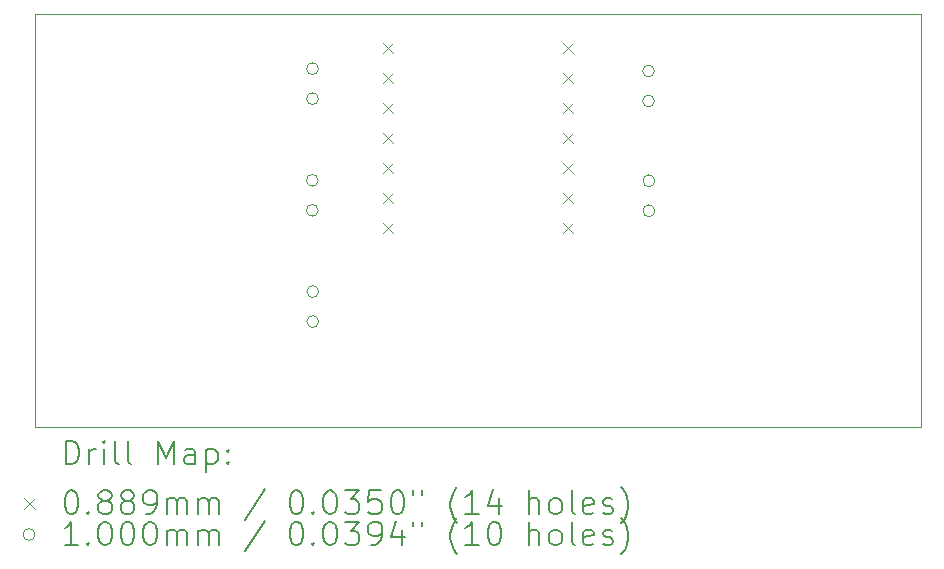
<source format=gbr>
%TF.GenerationSoftware,KiCad,Pcbnew,9.0.0-9.0.0-2~ubuntu24.04.1*%
%TF.CreationDate,2025-03-14T16:11:10-04:00*%
%TF.ProjectId,RiftBox,52696674-426f-4782-9e6b-696361645f70,rev?*%
%TF.SameCoordinates,Original*%
%TF.FileFunction,Drillmap*%
%TF.FilePolarity,Positive*%
%FSLAX45Y45*%
G04 Gerber Fmt 4.5, Leading zero omitted, Abs format (unit mm)*
G04 Created by KiCad (PCBNEW 9.0.0-9.0.0-2~ubuntu24.04.1) date 2025-03-14 16:11:10*
%MOMM*%
%LPD*%
G01*
G04 APERTURE LIST*
%ADD10C,0.050000*%
%ADD11C,0.200000*%
%ADD12C,0.100000*%
G04 APERTURE END LIST*
D10*
X12500000Y-5000000D02*
X20000000Y-5000000D01*
X20000000Y-8500000D01*
X12500000Y-8500000D01*
X12500000Y-5000000D01*
D11*
D12*
X15443550Y-5243550D02*
X15532450Y-5332450D01*
X15532450Y-5243550D02*
X15443550Y-5332450D01*
X15443550Y-5497550D02*
X15532450Y-5586450D01*
X15532450Y-5497550D02*
X15443550Y-5586450D01*
X15443550Y-5751550D02*
X15532450Y-5840450D01*
X15532450Y-5751550D02*
X15443550Y-5840450D01*
X15443550Y-6005550D02*
X15532450Y-6094450D01*
X15532450Y-6005550D02*
X15443550Y-6094450D01*
X15443550Y-6259550D02*
X15532450Y-6348450D01*
X15532450Y-6259550D02*
X15443550Y-6348450D01*
X15443550Y-6513550D02*
X15532450Y-6602450D01*
X15532450Y-6513550D02*
X15443550Y-6602450D01*
X15443550Y-6767550D02*
X15532450Y-6856450D01*
X15532450Y-6767550D02*
X15443550Y-6856450D01*
X16967550Y-5243550D02*
X17056450Y-5332450D01*
X17056450Y-5243550D02*
X16967550Y-5332450D01*
X16967550Y-5497550D02*
X17056450Y-5586450D01*
X17056450Y-5497550D02*
X16967550Y-5586450D01*
X16967550Y-5751550D02*
X17056450Y-5840450D01*
X17056450Y-5751550D02*
X16967550Y-5840450D01*
X16967550Y-6005550D02*
X17056450Y-6094450D01*
X17056450Y-6005550D02*
X16967550Y-6094450D01*
X16967550Y-6259550D02*
X17056450Y-6348450D01*
X17056450Y-6259550D02*
X16967550Y-6348450D01*
X16967550Y-6513550D02*
X17056450Y-6602450D01*
X17056450Y-6513550D02*
X16967550Y-6602450D01*
X16967550Y-6767550D02*
X17056450Y-6856450D01*
X17056450Y-6767550D02*
X16967550Y-6856450D01*
X14895500Y-6408000D02*
G75*
G02*
X14795500Y-6408000I-50000J0D01*
G01*
X14795500Y-6408000D02*
G75*
G02*
X14895500Y-6408000I50000J0D01*
G01*
X14895500Y-6662000D02*
G75*
G02*
X14795500Y-6662000I-50000J0D01*
G01*
X14795500Y-6662000D02*
G75*
G02*
X14895500Y-6662000I50000J0D01*
G01*
X14898000Y-5462000D02*
G75*
G02*
X14798000Y-5462000I-50000J0D01*
G01*
X14798000Y-5462000D02*
G75*
G02*
X14898000Y-5462000I50000J0D01*
G01*
X14898000Y-5716000D02*
G75*
G02*
X14798000Y-5716000I-50000J0D01*
G01*
X14798000Y-5716000D02*
G75*
G02*
X14898000Y-5716000I50000J0D01*
G01*
X14900000Y-7350000D02*
G75*
G02*
X14800000Y-7350000I-50000J0D01*
G01*
X14800000Y-7350000D02*
G75*
G02*
X14900000Y-7350000I50000J0D01*
G01*
X14900000Y-7604000D02*
G75*
G02*
X14800000Y-7604000I-50000J0D01*
G01*
X14800000Y-7604000D02*
G75*
G02*
X14900000Y-7604000I50000J0D01*
G01*
X17743000Y-5483000D02*
G75*
G02*
X17643000Y-5483000I-50000J0D01*
G01*
X17643000Y-5483000D02*
G75*
G02*
X17743000Y-5483000I50000J0D01*
G01*
X17743000Y-5737000D02*
G75*
G02*
X17643000Y-5737000I-50000J0D01*
G01*
X17643000Y-5737000D02*
G75*
G02*
X17743000Y-5737000I50000J0D01*
G01*
X17745500Y-6412000D02*
G75*
G02*
X17645500Y-6412000I-50000J0D01*
G01*
X17645500Y-6412000D02*
G75*
G02*
X17745500Y-6412000I50000J0D01*
G01*
X17745500Y-6666000D02*
G75*
G02*
X17645500Y-6666000I-50000J0D01*
G01*
X17645500Y-6666000D02*
G75*
G02*
X17745500Y-6666000I50000J0D01*
G01*
D11*
X12758277Y-8813984D02*
X12758277Y-8613984D01*
X12758277Y-8613984D02*
X12805896Y-8613984D01*
X12805896Y-8613984D02*
X12834467Y-8623508D01*
X12834467Y-8623508D02*
X12853515Y-8642555D01*
X12853515Y-8642555D02*
X12863039Y-8661603D01*
X12863039Y-8661603D02*
X12872562Y-8699698D01*
X12872562Y-8699698D02*
X12872562Y-8728270D01*
X12872562Y-8728270D02*
X12863039Y-8766365D01*
X12863039Y-8766365D02*
X12853515Y-8785412D01*
X12853515Y-8785412D02*
X12834467Y-8804460D01*
X12834467Y-8804460D02*
X12805896Y-8813984D01*
X12805896Y-8813984D02*
X12758277Y-8813984D01*
X12958277Y-8813984D02*
X12958277Y-8680650D01*
X12958277Y-8718746D02*
X12967801Y-8699698D01*
X12967801Y-8699698D02*
X12977324Y-8690174D01*
X12977324Y-8690174D02*
X12996372Y-8680650D01*
X12996372Y-8680650D02*
X13015420Y-8680650D01*
X13082086Y-8813984D02*
X13082086Y-8680650D01*
X13082086Y-8613984D02*
X13072562Y-8623508D01*
X13072562Y-8623508D02*
X13082086Y-8633031D01*
X13082086Y-8633031D02*
X13091610Y-8623508D01*
X13091610Y-8623508D02*
X13082086Y-8613984D01*
X13082086Y-8613984D02*
X13082086Y-8633031D01*
X13205896Y-8813984D02*
X13186848Y-8804460D01*
X13186848Y-8804460D02*
X13177324Y-8785412D01*
X13177324Y-8785412D02*
X13177324Y-8613984D01*
X13310658Y-8813984D02*
X13291610Y-8804460D01*
X13291610Y-8804460D02*
X13282086Y-8785412D01*
X13282086Y-8785412D02*
X13282086Y-8613984D01*
X13539229Y-8813984D02*
X13539229Y-8613984D01*
X13539229Y-8613984D02*
X13605896Y-8756841D01*
X13605896Y-8756841D02*
X13672562Y-8613984D01*
X13672562Y-8613984D02*
X13672562Y-8813984D01*
X13853515Y-8813984D02*
X13853515Y-8709222D01*
X13853515Y-8709222D02*
X13843991Y-8690174D01*
X13843991Y-8690174D02*
X13824943Y-8680650D01*
X13824943Y-8680650D02*
X13786848Y-8680650D01*
X13786848Y-8680650D02*
X13767801Y-8690174D01*
X13853515Y-8804460D02*
X13834467Y-8813984D01*
X13834467Y-8813984D02*
X13786848Y-8813984D01*
X13786848Y-8813984D02*
X13767801Y-8804460D01*
X13767801Y-8804460D02*
X13758277Y-8785412D01*
X13758277Y-8785412D02*
X13758277Y-8766365D01*
X13758277Y-8766365D02*
X13767801Y-8747317D01*
X13767801Y-8747317D02*
X13786848Y-8737793D01*
X13786848Y-8737793D02*
X13834467Y-8737793D01*
X13834467Y-8737793D02*
X13853515Y-8728270D01*
X13948753Y-8680650D02*
X13948753Y-8880650D01*
X13948753Y-8690174D02*
X13967801Y-8680650D01*
X13967801Y-8680650D02*
X14005896Y-8680650D01*
X14005896Y-8680650D02*
X14024943Y-8690174D01*
X14024943Y-8690174D02*
X14034467Y-8699698D01*
X14034467Y-8699698D02*
X14043991Y-8718746D01*
X14043991Y-8718746D02*
X14043991Y-8775889D01*
X14043991Y-8775889D02*
X14034467Y-8794936D01*
X14034467Y-8794936D02*
X14024943Y-8804460D01*
X14024943Y-8804460D02*
X14005896Y-8813984D01*
X14005896Y-8813984D02*
X13967801Y-8813984D01*
X13967801Y-8813984D02*
X13948753Y-8804460D01*
X14129705Y-8794936D02*
X14139229Y-8804460D01*
X14139229Y-8804460D02*
X14129705Y-8813984D01*
X14129705Y-8813984D02*
X14120182Y-8804460D01*
X14120182Y-8804460D02*
X14129705Y-8794936D01*
X14129705Y-8794936D02*
X14129705Y-8813984D01*
X14129705Y-8690174D02*
X14139229Y-8699698D01*
X14139229Y-8699698D02*
X14129705Y-8709222D01*
X14129705Y-8709222D02*
X14120182Y-8699698D01*
X14120182Y-8699698D02*
X14129705Y-8690174D01*
X14129705Y-8690174D02*
X14129705Y-8709222D01*
D12*
X12408600Y-9098050D02*
X12497500Y-9186950D01*
X12497500Y-9098050D02*
X12408600Y-9186950D01*
D11*
X12796372Y-9033984D02*
X12815420Y-9033984D01*
X12815420Y-9033984D02*
X12834467Y-9043508D01*
X12834467Y-9043508D02*
X12843991Y-9053031D01*
X12843991Y-9053031D02*
X12853515Y-9072079D01*
X12853515Y-9072079D02*
X12863039Y-9110174D01*
X12863039Y-9110174D02*
X12863039Y-9157793D01*
X12863039Y-9157793D02*
X12853515Y-9195889D01*
X12853515Y-9195889D02*
X12843991Y-9214936D01*
X12843991Y-9214936D02*
X12834467Y-9224460D01*
X12834467Y-9224460D02*
X12815420Y-9233984D01*
X12815420Y-9233984D02*
X12796372Y-9233984D01*
X12796372Y-9233984D02*
X12777324Y-9224460D01*
X12777324Y-9224460D02*
X12767801Y-9214936D01*
X12767801Y-9214936D02*
X12758277Y-9195889D01*
X12758277Y-9195889D02*
X12748753Y-9157793D01*
X12748753Y-9157793D02*
X12748753Y-9110174D01*
X12748753Y-9110174D02*
X12758277Y-9072079D01*
X12758277Y-9072079D02*
X12767801Y-9053031D01*
X12767801Y-9053031D02*
X12777324Y-9043508D01*
X12777324Y-9043508D02*
X12796372Y-9033984D01*
X12948753Y-9214936D02*
X12958277Y-9224460D01*
X12958277Y-9224460D02*
X12948753Y-9233984D01*
X12948753Y-9233984D02*
X12939229Y-9224460D01*
X12939229Y-9224460D02*
X12948753Y-9214936D01*
X12948753Y-9214936D02*
X12948753Y-9233984D01*
X13072562Y-9119698D02*
X13053515Y-9110174D01*
X13053515Y-9110174D02*
X13043991Y-9100650D01*
X13043991Y-9100650D02*
X13034467Y-9081603D01*
X13034467Y-9081603D02*
X13034467Y-9072079D01*
X13034467Y-9072079D02*
X13043991Y-9053031D01*
X13043991Y-9053031D02*
X13053515Y-9043508D01*
X13053515Y-9043508D02*
X13072562Y-9033984D01*
X13072562Y-9033984D02*
X13110658Y-9033984D01*
X13110658Y-9033984D02*
X13129705Y-9043508D01*
X13129705Y-9043508D02*
X13139229Y-9053031D01*
X13139229Y-9053031D02*
X13148753Y-9072079D01*
X13148753Y-9072079D02*
X13148753Y-9081603D01*
X13148753Y-9081603D02*
X13139229Y-9100650D01*
X13139229Y-9100650D02*
X13129705Y-9110174D01*
X13129705Y-9110174D02*
X13110658Y-9119698D01*
X13110658Y-9119698D02*
X13072562Y-9119698D01*
X13072562Y-9119698D02*
X13053515Y-9129222D01*
X13053515Y-9129222D02*
X13043991Y-9138746D01*
X13043991Y-9138746D02*
X13034467Y-9157793D01*
X13034467Y-9157793D02*
X13034467Y-9195889D01*
X13034467Y-9195889D02*
X13043991Y-9214936D01*
X13043991Y-9214936D02*
X13053515Y-9224460D01*
X13053515Y-9224460D02*
X13072562Y-9233984D01*
X13072562Y-9233984D02*
X13110658Y-9233984D01*
X13110658Y-9233984D02*
X13129705Y-9224460D01*
X13129705Y-9224460D02*
X13139229Y-9214936D01*
X13139229Y-9214936D02*
X13148753Y-9195889D01*
X13148753Y-9195889D02*
X13148753Y-9157793D01*
X13148753Y-9157793D02*
X13139229Y-9138746D01*
X13139229Y-9138746D02*
X13129705Y-9129222D01*
X13129705Y-9129222D02*
X13110658Y-9119698D01*
X13263039Y-9119698D02*
X13243991Y-9110174D01*
X13243991Y-9110174D02*
X13234467Y-9100650D01*
X13234467Y-9100650D02*
X13224943Y-9081603D01*
X13224943Y-9081603D02*
X13224943Y-9072079D01*
X13224943Y-9072079D02*
X13234467Y-9053031D01*
X13234467Y-9053031D02*
X13243991Y-9043508D01*
X13243991Y-9043508D02*
X13263039Y-9033984D01*
X13263039Y-9033984D02*
X13301134Y-9033984D01*
X13301134Y-9033984D02*
X13320182Y-9043508D01*
X13320182Y-9043508D02*
X13329705Y-9053031D01*
X13329705Y-9053031D02*
X13339229Y-9072079D01*
X13339229Y-9072079D02*
X13339229Y-9081603D01*
X13339229Y-9081603D02*
X13329705Y-9100650D01*
X13329705Y-9100650D02*
X13320182Y-9110174D01*
X13320182Y-9110174D02*
X13301134Y-9119698D01*
X13301134Y-9119698D02*
X13263039Y-9119698D01*
X13263039Y-9119698D02*
X13243991Y-9129222D01*
X13243991Y-9129222D02*
X13234467Y-9138746D01*
X13234467Y-9138746D02*
X13224943Y-9157793D01*
X13224943Y-9157793D02*
X13224943Y-9195889D01*
X13224943Y-9195889D02*
X13234467Y-9214936D01*
X13234467Y-9214936D02*
X13243991Y-9224460D01*
X13243991Y-9224460D02*
X13263039Y-9233984D01*
X13263039Y-9233984D02*
X13301134Y-9233984D01*
X13301134Y-9233984D02*
X13320182Y-9224460D01*
X13320182Y-9224460D02*
X13329705Y-9214936D01*
X13329705Y-9214936D02*
X13339229Y-9195889D01*
X13339229Y-9195889D02*
X13339229Y-9157793D01*
X13339229Y-9157793D02*
X13329705Y-9138746D01*
X13329705Y-9138746D02*
X13320182Y-9129222D01*
X13320182Y-9129222D02*
X13301134Y-9119698D01*
X13434467Y-9233984D02*
X13472562Y-9233984D01*
X13472562Y-9233984D02*
X13491610Y-9224460D01*
X13491610Y-9224460D02*
X13501134Y-9214936D01*
X13501134Y-9214936D02*
X13520182Y-9186365D01*
X13520182Y-9186365D02*
X13529705Y-9148270D01*
X13529705Y-9148270D02*
X13529705Y-9072079D01*
X13529705Y-9072079D02*
X13520182Y-9053031D01*
X13520182Y-9053031D02*
X13510658Y-9043508D01*
X13510658Y-9043508D02*
X13491610Y-9033984D01*
X13491610Y-9033984D02*
X13453515Y-9033984D01*
X13453515Y-9033984D02*
X13434467Y-9043508D01*
X13434467Y-9043508D02*
X13424943Y-9053031D01*
X13424943Y-9053031D02*
X13415420Y-9072079D01*
X13415420Y-9072079D02*
X13415420Y-9119698D01*
X13415420Y-9119698D02*
X13424943Y-9138746D01*
X13424943Y-9138746D02*
X13434467Y-9148270D01*
X13434467Y-9148270D02*
X13453515Y-9157793D01*
X13453515Y-9157793D02*
X13491610Y-9157793D01*
X13491610Y-9157793D02*
X13510658Y-9148270D01*
X13510658Y-9148270D02*
X13520182Y-9138746D01*
X13520182Y-9138746D02*
X13529705Y-9119698D01*
X13615420Y-9233984D02*
X13615420Y-9100650D01*
X13615420Y-9119698D02*
X13624943Y-9110174D01*
X13624943Y-9110174D02*
X13643991Y-9100650D01*
X13643991Y-9100650D02*
X13672563Y-9100650D01*
X13672563Y-9100650D02*
X13691610Y-9110174D01*
X13691610Y-9110174D02*
X13701134Y-9129222D01*
X13701134Y-9129222D02*
X13701134Y-9233984D01*
X13701134Y-9129222D02*
X13710658Y-9110174D01*
X13710658Y-9110174D02*
X13729705Y-9100650D01*
X13729705Y-9100650D02*
X13758277Y-9100650D01*
X13758277Y-9100650D02*
X13777324Y-9110174D01*
X13777324Y-9110174D02*
X13786848Y-9129222D01*
X13786848Y-9129222D02*
X13786848Y-9233984D01*
X13882086Y-9233984D02*
X13882086Y-9100650D01*
X13882086Y-9119698D02*
X13891610Y-9110174D01*
X13891610Y-9110174D02*
X13910658Y-9100650D01*
X13910658Y-9100650D02*
X13939229Y-9100650D01*
X13939229Y-9100650D02*
X13958277Y-9110174D01*
X13958277Y-9110174D02*
X13967801Y-9129222D01*
X13967801Y-9129222D02*
X13967801Y-9233984D01*
X13967801Y-9129222D02*
X13977324Y-9110174D01*
X13977324Y-9110174D02*
X13996372Y-9100650D01*
X13996372Y-9100650D02*
X14024943Y-9100650D01*
X14024943Y-9100650D02*
X14043991Y-9110174D01*
X14043991Y-9110174D02*
X14053515Y-9129222D01*
X14053515Y-9129222D02*
X14053515Y-9233984D01*
X14443991Y-9024460D02*
X14272563Y-9281603D01*
X14701134Y-9033984D02*
X14720182Y-9033984D01*
X14720182Y-9033984D02*
X14739229Y-9043508D01*
X14739229Y-9043508D02*
X14748753Y-9053031D01*
X14748753Y-9053031D02*
X14758277Y-9072079D01*
X14758277Y-9072079D02*
X14767801Y-9110174D01*
X14767801Y-9110174D02*
X14767801Y-9157793D01*
X14767801Y-9157793D02*
X14758277Y-9195889D01*
X14758277Y-9195889D02*
X14748753Y-9214936D01*
X14748753Y-9214936D02*
X14739229Y-9224460D01*
X14739229Y-9224460D02*
X14720182Y-9233984D01*
X14720182Y-9233984D02*
X14701134Y-9233984D01*
X14701134Y-9233984D02*
X14682086Y-9224460D01*
X14682086Y-9224460D02*
X14672563Y-9214936D01*
X14672563Y-9214936D02*
X14663039Y-9195889D01*
X14663039Y-9195889D02*
X14653515Y-9157793D01*
X14653515Y-9157793D02*
X14653515Y-9110174D01*
X14653515Y-9110174D02*
X14663039Y-9072079D01*
X14663039Y-9072079D02*
X14672563Y-9053031D01*
X14672563Y-9053031D02*
X14682086Y-9043508D01*
X14682086Y-9043508D02*
X14701134Y-9033984D01*
X14853515Y-9214936D02*
X14863039Y-9224460D01*
X14863039Y-9224460D02*
X14853515Y-9233984D01*
X14853515Y-9233984D02*
X14843991Y-9224460D01*
X14843991Y-9224460D02*
X14853515Y-9214936D01*
X14853515Y-9214936D02*
X14853515Y-9233984D01*
X14986848Y-9033984D02*
X15005896Y-9033984D01*
X15005896Y-9033984D02*
X15024944Y-9043508D01*
X15024944Y-9043508D02*
X15034467Y-9053031D01*
X15034467Y-9053031D02*
X15043991Y-9072079D01*
X15043991Y-9072079D02*
X15053515Y-9110174D01*
X15053515Y-9110174D02*
X15053515Y-9157793D01*
X15053515Y-9157793D02*
X15043991Y-9195889D01*
X15043991Y-9195889D02*
X15034467Y-9214936D01*
X15034467Y-9214936D02*
X15024944Y-9224460D01*
X15024944Y-9224460D02*
X15005896Y-9233984D01*
X15005896Y-9233984D02*
X14986848Y-9233984D01*
X14986848Y-9233984D02*
X14967801Y-9224460D01*
X14967801Y-9224460D02*
X14958277Y-9214936D01*
X14958277Y-9214936D02*
X14948753Y-9195889D01*
X14948753Y-9195889D02*
X14939229Y-9157793D01*
X14939229Y-9157793D02*
X14939229Y-9110174D01*
X14939229Y-9110174D02*
X14948753Y-9072079D01*
X14948753Y-9072079D02*
X14958277Y-9053031D01*
X14958277Y-9053031D02*
X14967801Y-9043508D01*
X14967801Y-9043508D02*
X14986848Y-9033984D01*
X15120182Y-9033984D02*
X15243991Y-9033984D01*
X15243991Y-9033984D02*
X15177325Y-9110174D01*
X15177325Y-9110174D02*
X15205896Y-9110174D01*
X15205896Y-9110174D02*
X15224944Y-9119698D01*
X15224944Y-9119698D02*
X15234467Y-9129222D01*
X15234467Y-9129222D02*
X15243991Y-9148270D01*
X15243991Y-9148270D02*
X15243991Y-9195889D01*
X15243991Y-9195889D02*
X15234467Y-9214936D01*
X15234467Y-9214936D02*
X15224944Y-9224460D01*
X15224944Y-9224460D02*
X15205896Y-9233984D01*
X15205896Y-9233984D02*
X15148753Y-9233984D01*
X15148753Y-9233984D02*
X15129706Y-9224460D01*
X15129706Y-9224460D02*
X15120182Y-9214936D01*
X15424944Y-9033984D02*
X15329706Y-9033984D01*
X15329706Y-9033984D02*
X15320182Y-9129222D01*
X15320182Y-9129222D02*
X15329706Y-9119698D01*
X15329706Y-9119698D02*
X15348753Y-9110174D01*
X15348753Y-9110174D02*
X15396372Y-9110174D01*
X15396372Y-9110174D02*
X15415420Y-9119698D01*
X15415420Y-9119698D02*
X15424944Y-9129222D01*
X15424944Y-9129222D02*
X15434467Y-9148270D01*
X15434467Y-9148270D02*
X15434467Y-9195889D01*
X15434467Y-9195889D02*
X15424944Y-9214936D01*
X15424944Y-9214936D02*
X15415420Y-9224460D01*
X15415420Y-9224460D02*
X15396372Y-9233984D01*
X15396372Y-9233984D02*
X15348753Y-9233984D01*
X15348753Y-9233984D02*
X15329706Y-9224460D01*
X15329706Y-9224460D02*
X15320182Y-9214936D01*
X15558277Y-9033984D02*
X15577325Y-9033984D01*
X15577325Y-9033984D02*
X15596372Y-9043508D01*
X15596372Y-9043508D02*
X15605896Y-9053031D01*
X15605896Y-9053031D02*
X15615420Y-9072079D01*
X15615420Y-9072079D02*
X15624944Y-9110174D01*
X15624944Y-9110174D02*
X15624944Y-9157793D01*
X15624944Y-9157793D02*
X15615420Y-9195889D01*
X15615420Y-9195889D02*
X15605896Y-9214936D01*
X15605896Y-9214936D02*
X15596372Y-9224460D01*
X15596372Y-9224460D02*
X15577325Y-9233984D01*
X15577325Y-9233984D02*
X15558277Y-9233984D01*
X15558277Y-9233984D02*
X15539229Y-9224460D01*
X15539229Y-9224460D02*
X15529706Y-9214936D01*
X15529706Y-9214936D02*
X15520182Y-9195889D01*
X15520182Y-9195889D02*
X15510658Y-9157793D01*
X15510658Y-9157793D02*
X15510658Y-9110174D01*
X15510658Y-9110174D02*
X15520182Y-9072079D01*
X15520182Y-9072079D02*
X15529706Y-9053031D01*
X15529706Y-9053031D02*
X15539229Y-9043508D01*
X15539229Y-9043508D02*
X15558277Y-9033984D01*
X15701134Y-9033984D02*
X15701134Y-9072079D01*
X15777325Y-9033984D02*
X15777325Y-9072079D01*
X16072563Y-9310174D02*
X16063039Y-9300650D01*
X16063039Y-9300650D02*
X16043991Y-9272079D01*
X16043991Y-9272079D02*
X16034468Y-9253031D01*
X16034468Y-9253031D02*
X16024944Y-9224460D01*
X16024944Y-9224460D02*
X16015420Y-9176841D01*
X16015420Y-9176841D02*
X16015420Y-9138746D01*
X16015420Y-9138746D02*
X16024944Y-9091127D01*
X16024944Y-9091127D02*
X16034468Y-9062555D01*
X16034468Y-9062555D02*
X16043991Y-9043508D01*
X16043991Y-9043508D02*
X16063039Y-9014936D01*
X16063039Y-9014936D02*
X16072563Y-9005412D01*
X16253515Y-9233984D02*
X16139229Y-9233984D01*
X16196372Y-9233984D02*
X16196372Y-9033984D01*
X16196372Y-9033984D02*
X16177325Y-9062555D01*
X16177325Y-9062555D02*
X16158277Y-9081603D01*
X16158277Y-9081603D02*
X16139229Y-9091127D01*
X16424944Y-9100650D02*
X16424944Y-9233984D01*
X16377325Y-9024460D02*
X16329706Y-9167317D01*
X16329706Y-9167317D02*
X16453515Y-9167317D01*
X16682087Y-9233984D02*
X16682087Y-9033984D01*
X16767801Y-9233984D02*
X16767801Y-9129222D01*
X16767801Y-9129222D02*
X16758277Y-9110174D01*
X16758277Y-9110174D02*
X16739230Y-9100650D01*
X16739230Y-9100650D02*
X16710658Y-9100650D01*
X16710658Y-9100650D02*
X16691610Y-9110174D01*
X16691610Y-9110174D02*
X16682087Y-9119698D01*
X16891611Y-9233984D02*
X16872563Y-9224460D01*
X16872563Y-9224460D02*
X16863039Y-9214936D01*
X16863039Y-9214936D02*
X16853515Y-9195889D01*
X16853515Y-9195889D02*
X16853515Y-9138746D01*
X16853515Y-9138746D02*
X16863039Y-9119698D01*
X16863039Y-9119698D02*
X16872563Y-9110174D01*
X16872563Y-9110174D02*
X16891611Y-9100650D01*
X16891611Y-9100650D02*
X16920182Y-9100650D01*
X16920182Y-9100650D02*
X16939230Y-9110174D01*
X16939230Y-9110174D02*
X16948753Y-9119698D01*
X16948753Y-9119698D02*
X16958277Y-9138746D01*
X16958277Y-9138746D02*
X16958277Y-9195889D01*
X16958277Y-9195889D02*
X16948753Y-9214936D01*
X16948753Y-9214936D02*
X16939230Y-9224460D01*
X16939230Y-9224460D02*
X16920182Y-9233984D01*
X16920182Y-9233984D02*
X16891611Y-9233984D01*
X17072563Y-9233984D02*
X17053515Y-9224460D01*
X17053515Y-9224460D02*
X17043992Y-9205412D01*
X17043992Y-9205412D02*
X17043992Y-9033984D01*
X17224944Y-9224460D02*
X17205896Y-9233984D01*
X17205896Y-9233984D02*
X17167801Y-9233984D01*
X17167801Y-9233984D02*
X17148753Y-9224460D01*
X17148753Y-9224460D02*
X17139230Y-9205412D01*
X17139230Y-9205412D02*
X17139230Y-9129222D01*
X17139230Y-9129222D02*
X17148753Y-9110174D01*
X17148753Y-9110174D02*
X17167801Y-9100650D01*
X17167801Y-9100650D02*
X17205896Y-9100650D01*
X17205896Y-9100650D02*
X17224944Y-9110174D01*
X17224944Y-9110174D02*
X17234468Y-9129222D01*
X17234468Y-9129222D02*
X17234468Y-9148270D01*
X17234468Y-9148270D02*
X17139230Y-9167317D01*
X17310658Y-9224460D02*
X17329706Y-9233984D01*
X17329706Y-9233984D02*
X17367801Y-9233984D01*
X17367801Y-9233984D02*
X17386849Y-9224460D01*
X17386849Y-9224460D02*
X17396373Y-9205412D01*
X17396373Y-9205412D02*
X17396373Y-9195889D01*
X17396373Y-9195889D02*
X17386849Y-9176841D01*
X17386849Y-9176841D02*
X17367801Y-9167317D01*
X17367801Y-9167317D02*
X17339230Y-9167317D01*
X17339230Y-9167317D02*
X17320182Y-9157793D01*
X17320182Y-9157793D02*
X17310658Y-9138746D01*
X17310658Y-9138746D02*
X17310658Y-9129222D01*
X17310658Y-9129222D02*
X17320182Y-9110174D01*
X17320182Y-9110174D02*
X17339230Y-9100650D01*
X17339230Y-9100650D02*
X17367801Y-9100650D01*
X17367801Y-9100650D02*
X17386849Y-9110174D01*
X17463039Y-9310174D02*
X17472563Y-9300650D01*
X17472563Y-9300650D02*
X17491611Y-9272079D01*
X17491611Y-9272079D02*
X17501134Y-9253031D01*
X17501134Y-9253031D02*
X17510658Y-9224460D01*
X17510658Y-9224460D02*
X17520182Y-9176841D01*
X17520182Y-9176841D02*
X17520182Y-9138746D01*
X17520182Y-9138746D02*
X17510658Y-9091127D01*
X17510658Y-9091127D02*
X17501134Y-9062555D01*
X17501134Y-9062555D02*
X17491611Y-9043508D01*
X17491611Y-9043508D02*
X17472563Y-9014936D01*
X17472563Y-9014936D02*
X17463039Y-9005412D01*
D12*
X12497500Y-9406500D02*
G75*
G02*
X12397500Y-9406500I-50000J0D01*
G01*
X12397500Y-9406500D02*
G75*
G02*
X12497500Y-9406500I50000J0D01*
G01*
D11*
X12863039Y-9497984D02*
X12748753Y-9497984D01*
X12805896Y-9497984D02*
X12805896Y-9297984D01*
X12805896Y-9297984D02*
X12786848Y-9326555D01*
X12786848Y-9326555D02*
X12767801Y-9345603D01*
X12767801Y-9345603D02*
X12748753Y-9355127D01*
X12948753Y-9478936D02*
X12958277Y-9488460D01*
X12958277Y-9488460D02*
X12948753Y-9497984D01*
X12948753Y-9497984D02*
X12939229Y-9488460D01*
X12939229Y-9488460D02*
X12948753Y-9478936D01*
X12948753Y-9478936D02*
X12948753Y-9497984D01*
X13082086Y-9297984D02*
X13101134Y-9297984D01*
X13101134Y-9297984D02*
X13120182Y-9307508D01*
X13120182Y-9307508D02*
X13129705Y-9317031D01*
X13129705Y-9317031D02*
X13139229Y-9336079D01*
X13139229Y-9336079D02*
X13148753Y-9374174D01*
X13148753Y-9374174D02*
X13148753Y-9421793D01*
X13148753Y-9421793D02*
X13139229Y-9459889D01*
X13139229Y-9459889D02*
X13129705Y-9478936D01*
X13129705Y-9478936D02*
X13120182Y-9488460D01*
X13120182Y-9488460D02*
X13101134Y-9497984D01*
X13101134Y-9497984D02*
X13082086Y-9497984D01*
X13082086Y-9497984D02*
X13063039Y-9488460D01*
X13063039Y-9488460D02*
X13053515Y-9478936D01*
X13053515Y-9478936D02*
X13043991Y-9459889D01*
X13043991Y-9459889D02*
X13034467Y-9421793D01*
X13034467Y-9421793D02*
X13034467Y-9374174D01*
X13034467Y-9374174D02*
X13043991Y-9336079D01*
X13043991Y-9336079D02*
X13053515Y-9317031D01*
X13053515Y-9317031D02*
X13063039Y-9307508D01*
X13063039Y-9307508D02*
X13082086Y-9297984D01*
X13272562Y-9297984D02*
X13291610Y-9297984D01*
X13291610Y-9297984D02*
X13310658Y-9307508D01*
X13310658Y-9307508D02*
X13320182Y-9317031D01*
X13320182Y-9317031D02*
X13329705Y-9336079D01*
X13329705Y-9336079D02*
X13339229Y-9374174D01*
X13339229Y-9374174D02*
X13339229Y-9421793D01*
X13339229Y-9421793D02*
X13329705Y-9459889D01*
X13329705Y-9459889D02*
X13320182Y-9478936D01*
X13320182Y-9478936D02*
X13310658Y-9488460D01*
X13310658Y-9488460D02*
X13291610Y-9497984D01*
X13291610Y-9497984D02*
X13272562Y-9497984D01*
X13272562Y-9497984D02*
X13253515Y-9488460D01*
X13253515Y-9488460D02*
X13243991Y-9478936D01*
X13243991Y-9478936D02*
X13234467Y-9459889D01*
X13234467Y-9459889D02*
X13224943Y-9421793D01*
X13224943Y-9421793D02*
X13224943Y-9374174D01*
X13224943Y-9374174D02*
X13234467Y-9336079D01*
X13234467Y-9336079D02*
X13243991Y-9317031D01*
X13243991Y-9317031D02*
X13253515Y-9307508D01*
X13253515Y-9307508D02*
X13272562Y-9297984D01*
X13463039Y-9297984D02*
X13482086Y-9297984D01*
X13482086Y-9297984D02*
X13501134Y-9307508D01*
X13501134Y-9307508D02*
X13510658Y-9317031D01*
X13510658Y-9317031D02*
X13520182Y-9336079D01*
X13520182Y-9336079D02*
X13529705Y-9374174D01*
X13529705Y-9374174D02*
X13529705Y-9421793D01*
X13529705Y-9421793D02*
X13520182Y-9459889D01*
X13520182Y-9459889D02*
X13510658Y-9478936D01*
X13510658Y-9478936D02*
X13501134Y-9488460D01*
X13501134Y-9488460D02*
X13482086Y-9497984D01*
X13482086Y-9497984D02*
X13463039Y-9497984D01*
X13463039Y-9497984D02*
X13443991Y-9488460D01*
X13443991Y-9488460D02*
X13434467Y-9478936D01*
X13434467Y-9478936D02*
X13424943Y-9459889D01*
X13424943Y-9459889D02*
X13415420Y-9421793D01*
X13415420Y-9421793D02*
X13415420Y-9374174D01*
X13415420Y-9374174D02*
X13424943Y-9336079D01*
X13424943Y-9336079D02*
X13434467Y-9317031D01*
X13434467Y-9317031D02*
X13443991Y-9307508D01*
X13443991Y-9307508D02*
X13463039Y-9297984D01*
X13615420Y-9497984D02*
X13615420Y-9364650D01*
X13615420Y-9383698D02*
X13624943Y-9374174D01*
X13624943Y-9374174D02*
X13643991Y-9364650D01*
X13643991Y-9364650D02*
X13672563Y-9364650D01*
X13672563Y-9364650D02*
X13691610Y-9374174D01*
X13691610Y-9374174D02*
X13701134Y-9393222D01*
X13701134Y-9393222D02*
X13701134Y-9497984D01*
X13701134Y-9393222D02*
X13710658Y-9374174D01*
X13710658Y-9374174D02*
X13729705Y-9364650D01*
X13729705Y-9364650D02*
X13758277Y-9364650D01*
X13758277Y-9364650D02*
X13777324Y-9374174D01*
X13777324Y-9374174D02*
X13786848Y-9393222D01*
X13786848Y-9393222D02*
X13786848Y-9497984D01*
X13882086Y-9497984D02*
X13882086Y-9364650D01*
X13882086Y-9383698D02*
X13891610Y-9374174D01*
X13891610Y-9374174D02*
X13910658Y-9364650D01*
X13910658Y-9364650D02*
X13939229Y-9364650D01*
X13939229Y-9364650D02*
X13958277Y-9374174D01*
X13958277Y-9374174D02*
X13967801Y-9393222D01*
X13967801Y-9393222D02*
X13967801Y-9497984D01*
X13967801Y-9393222D02*
X13977324Y-9374174D01*
X13977324Y-9374174D02*
X13996372Y-9364650D01*
X13996372Y-9364650D02*
X14024943Y-9364650D01*
X14024943Y-9364650D02*
X14043991Y-9374174D01*
X14043991Y-9374174D02*
X14053515Y-9393222D01*
X14053515Y-9393222D02*
X14053515Y-9497984D01*
X14443991Y-9288460D02*
X14272563Y-9545603D01*
X14701134Y-9297984D02*
X14720182Y-9297984D01*
X14720182Y-9297984D02*
X14739229Y-9307508D01*
X14739229Y-9307508D02*
X14748753Y-9317031D01*
X14748753Y-9317031D02*
X14758277Y-9336079D01*
X14758277Y-9336079D02*
X14767801Y-9374174D01*
X14767801Y-9374174D02*
X14767801Y-9421793D01*
X14767801Y-9421793D02*
X14758277Y-9459889D01*
X14758277Y-9459889D02*
X14748753Y-9478936D01*
X14748753Y-9478936D02*
X14739229Y-9488460D01*
X14739229Y-9488460D02*
X14720182Y-9497984D01*
X14720182Y-9497984D02*
X14701134Y-9497984D01*
X14701134Y-9497984D02*
X14682086Y-9488460D01*
X14682086Y-9488460D02*
X14672563Y-9478936D01*
X14672563Y-9478936D02*
X14663039Y-9459889D01*
X14663039Y-9459889D02*
X14653515Y-9421793D01*
X14653515Y-9421793D02*
X14653515Y-9374174D01*
X14653515Y-9374174D02*
X14663039Y-9336079D01*
X14663039Y-9336079D02*
X14672563Y-9317031D01*
X14672563Y-9317031D02*
X14682086Y-9307508D01*
X14682086Y-9307508D02*
X14701134Y-9297984D01*
X14853515Y-9478936D02*
X14863039Y-9488460D01*
X14863039Y-9488460D02*
X14853515Y-9497984D01*
X14853515Y-9497984D02*
X14843991Y-9488460D01*
X14843991Y-9488460D02*
X14853515Y-9478936D01*
X14853515Y-9478936D02*
X14853515Y-9497984D01*
X14986848Y-9297984D02*
X15005896Y-9297984D01*
X15005896Y-9297984D02*
X15024944Y-9307508D01*
X15024944Y-9307508D02*
X15034467Y-9317031D01*
X15034467Y-9317031D02*
X15043991Y-9336079D01*
X15043991Y-9336079D02*
X15053515Y-9374174D01*
X15053515Y-9374174D02*
X15053515Y-9421793D01*
X15053515Y-9421793D02*
X15043991Y-9459889D01*
X15043991Y-9459889D02*
X15034467Y-9478936D01*
X15034467Y-9478936D02*
X15024944Y-9488460D01*
X15024944Y-9488460D02*
X15005896Y-9497984D01*
X15005896Y-9497984D02*
X14986848Y-9497984D01*
X14986848Y-9497984D02*
X14967801Y-9488460D01*
X14967801Y-9488460D02*
X14958277Y-9478936D01*
X14958277Y-9478936D02*
X14948753Y-9459889D01*
X14948753Y-9459889D02*
X14939229Y-9421793D01*
X14939229Y-9421793D02*
X14939229Y-9374174D01*
X14939229Y-9374174D02*
X14948753Y-9336079D01*
X14948753Y-9336079D02*
X14958277Y-9317031D01*
X14958277Y-9317031D02*
X14967801Y-9307508D01*
X14967801Y-9307508D02*
X14986848Y-9297984D01*
X15120182Y-9297984D02*
X15243991Y-9297984D01*
X15243991Y-9297984D02*
X15177325Y-9374174D01*
X15177325Y-9374174D02*
X15205896Y-9374174D01*
X15205896Y-9374174D02*
X15224944Y-9383698D01*
X15224944Y-9383698D02*
X15234467Y-9393222D01*
X15234467Y-9393222D02*
X15243991Y-9412270D01*
X15243991Y-9412270D02*
X15243991Y-9459889D01*
X15243991Y-9459889D02*
X15234467Y-9478936D01*
X15234467Y-9478936D02*
X15224944Y-9488460D01*
X15224944Y-9488460D02*
X15205896Y-9497984D01*
X15205896Y-9497984D02*
X15148753Y-9497984D01*
X15148753Y-9497984D02*
X15129706Y-9488460D01*
X15129706Y-9488460D02*
X15120182Y-9478936D01*
X15339229Y-9497984D02*
X15377325Y-9497984D01*
X15377325Y-9497984D02*
X15396372Y-9488460D01*
X15396372Y-9488460D02*
X15405896Y-9478936D01*
X15405896Y-9478936D02*
X15424944Y-9450365D01*
X15424944Y-9450365D02*
X15434467Y-9412270D01*
X15434467Y-9412270D02*
X15434467Y-9336079D01*
X15434467Y-9336079D02*
X15424944Y-9317031D01*
X15424944Y-9317031D02*
X15415420Y-9307508D01*
X15415420Y-9307508D02*
X15396372Y-9297984D01*
X15396372Y-9297984D02*
X15358277Y-9297984D01*
X15358277Y-9297984D02*
X15339229Y-9307508D01*
X15339229Y-9307508D02*
X15329706Y-9317031D01*
X15329706Y-9317031D02*
X15320182Y-9336079D01*
X15320182Y-9336079D02*
X15320182Y-9383698D01*
X15320182Y-9383698D02*
X15329706Y-9402746D01*
X15329706Y-9402746D02*
X15339229Y-9412270D01*
X15339229Y-9412270D02*
X15358277Y-9421793D01*
X15358277Y-9421793D02*
X15396372Y-9421793D01*
X15396372Y-9421793D02*
X15415420Y-9412270D01*
X15415420Y-9412270D02*
X15424944Y-9402746D01*
X15424944Y-9402746D02*
X15434467Y-9383698D01*
X15605896Y-9364650D02*
X15605896Y-9497984D01*
X15558277Y-9288460D02*
X15510658Y-9431317D01*
X15510658Y-9431317D02*
X15634467Y-9431317D01*
X15701134Y-9297984D02*
X15701134Y-9336079D01*
X15777325Y-9297984D02*
X15777325Y-9336079D01*
X16072563Y-9574174D02*
X16063039Y-9564650D01*
X16063039Y-9564650D02*
X16043991Y-9536079D01*
X16043991Y-9536079D02*
X16034468Y-9517031D01*
X16034468Y-9517031D02*
X16024944Y-9488460D01*
X16024944Y-9488460D02*
X16015420Y-9440841D01*
X16015420Y-9440841D02*
X16015420Y-9402746D01*
X16015420Y-9402746D02*
X16024944Y-9355127D01*
X16024944Y-9355127D02*
X16034468Y-9326555D01*
X16034468Y-9326555D02*
X16043991Y-9307508D01*
X16043991Y-9307508D02*
X16063039Y-9278936D01*
X16063039Y-9278936D02*
X16072563Y-9269412D01*
X16253515Y-9497984D02*
X16139229Y-9497984D01*
X16196372Y-9497984D02*
X16196372Y-9297984D01*
X16196372Y-9297984D02*
X16177325Y-9326555D01*
X16177325Y-9326555D02*
X16158277Y-9345603D01*
X16158277Y-9345603D02*
X16139229Y-9355127D01*
X16377325Y-9297984D02*
X16396372Y-9297984D01*
X16396372Y-9297984D02*
X16415420Y-9307508D01*
X16415420Y-9307508D02*
X16424944Y-9317031D01*
X16424944Y-9317031D02*
X16434468Y-9336079D01*
X16434468Y-9336079D02*
X16443991Y-9374174D01*
X16443991Y-9374174D02*
X16443991Y-9421793D01*
X16443991Y-9421793D02*
X16434468Y-9459889D01*
X16434468Y-9459889D02*
X16424944Y-9478936D01*
X16424944Y-9478936D02*
X16415420Y-9488460D01*
X16415420Y-9488460D02*
X16396372Y-9497984D01*
X16396372Y-9497984D02*
X16377325Y-9497984D01*
X16377325Y-9497984D02*
X16358277Y-9488460D01*
X16358277Y-9488460D02*
X16348753Y-9478936D01*
X16348753Y-9478936D02*
X16339229Y-9459889D01*
X16339229Y-9459889D02*
X16329706Y-9421793D01*
X16329706Y-9421793D02*
X16329706Y-9374174D01*
X16329706Y-9374174D02*
X16339229Y-9336079D01*
X16339229Y-9336079D02*
X16348753Y-9317031D01*
X16348753Y-9317031D02*
X16358277Y-9307508D01*
X16358277Y-9307508D02*
X16377325Y-9297984D01*
X16682087Y-9497984D02*
X16682087Y-9297984D01*
X16767801Y-9497984D02*
X16767801Y-9393222D01*
X16767801Y-9393222D02*
X16758277Y-9374174D01*
X16758277Y-9374174D02*
X16739230Y-9364650D01*
X16739230Y-9364650D02*
X16710658Y-9364650D01*
X16710658Y-9364650D02*
X16691610Y-9374174D01*
X16691610Y-9374174D02*
X16682087Y-9383698D01*
X16891611Y-9497984D02*
X16872563Y-9488460D01*
X16872563Y-9488460D02*
X16863039Y-9478936D01*
X16863039Y-9478936D02*
X16853515Y-9459889D01*
X16853515Y-9459889D02*
X16853515Y-9402746D01*
X16853515Y-9402746D02*
X16863039Y-9383698D01*
X16863039Y-9383698D02*
X16872563Y-9374174D01*
X16872563Y-9374174D02*
X16891611Y-9364650D01*
X16891611Y-9364650D02*
X16920182Y-9364650D01*
X16920182Y-9364650D02*
X16939230Y-9374174D01*
X16939230Y-9374174D02*
X16948753Y-9383698D01*
X16948753Y-9383698D02*
X16958277Y-9402746D01*
X16958277Y-9402746D02*
X16958277Y-9459889D01*
X16958277Y-9459889D02*
X16948753Y-9478936D01*
X16948753Y-9478936D02*
X16939230Y-9488460D01*
X16939230Y-9488460D02*
X16920182Y-9497984D01*
X16920182Y-9497984D02*
X16891611Y-9497984D01*
X17072563Y-9497984D02*
X17053515Y-9488460D01*
X17053515Y-9488460D02*
X17043992Y-9469412D01*
X17043992Y-9469412D02*
X17043992Y-9297984D01*
X17224944Y-9488460D02*
X17205896Y-9497984D01*
X17205896Y-9497984D02*
X17167801Y-9497984D01*
X17167801Y-9497984D02*
X17148753Y-9488460D01*
X17148753Y-9488460D02*
X17139230Y-9469412D01*
X17139230Y-9469412D02*
X17139230Y-9393222D01*
X17139230Y-9393222D02*
X17148753Y-9374174D01*
X17148753Y-9374174D02*
X17167801Y-9364650D01*
X17167801Y-9364650D02*
X17205896Y-9364650D01*
X17205896Y-9364650D02*
X17224944Y-9374174D01*
X17224944Y-9374174D02*
X17234468Y-9393222D01*
X17234468Y-9393222D02*
X17234468Y-9412270D01*
X17234468Y-9412270D02*
X17139230Y-9431317D01*
X17310658Y-9488460D02*
X17329706Y-9497984D01*
X17329706Y-9497984D02*
X17367801Y-9497984D01*
X17367801Y-9497984D02*
X17386849Y-9488460D01*
X17386849Y-9488460D02*
X17396373Y-9469412D01*
X17396373Y-9469412D02*
X17396373Y-9459889D01*
X17396373Y-9459889D02*
X17386849Y-9440841D01*
X17386849Y-9440841D02*
X17367801Y-9431317D01*
X17367801Y-9431317D02*
X17339230Y-9431317D01*
X17339230Y-9431317D02*
X17320182Y-9421793D01*
X17320182Y-9421793D02*
X17310658Y-9402746D01*
X17310658Y-9402746D02*
X17310658Y-9393222D01*
X17310658Y-9393222D02*
X17320182Y-9374174D01*
X17320182Y-9374174D02*
X17339230Y-9364650D01*
X17339230Y-9364650D02*
X17367801Y-9364650D01*
X17367801Y-9364650D02*
X17386849Y-9374174D01*
X17463039Y-9574174D02*
X17472563Y-9564650D01*
X17472563Y-9564650D02*
X17491611Y-9536079D01*
X17491611Y-9536079D02*
X17501134Y-9517031D01*
X17501134Y-9517031D02*
X17510658Y-9488460D01*
X17510658Y-9488460D02*
X17520182Y-9440841D01*
X17520182Y-9440841D02*
X17520182Y-9402746D01*
X17520182Y-9402746D02*
X17510658Y-9355127D01*
X17510658Y-9355127D02*
X17501134Y-9326555D01*
X17501134Y-9326555D02*
X17491611Y-9307508D01*
X17491611Y-9307508D02*
X17472563Y-9278936D01*
X17472563Y-9278936D02*
X17463039Y-9269412D01*
M02*

</source>
